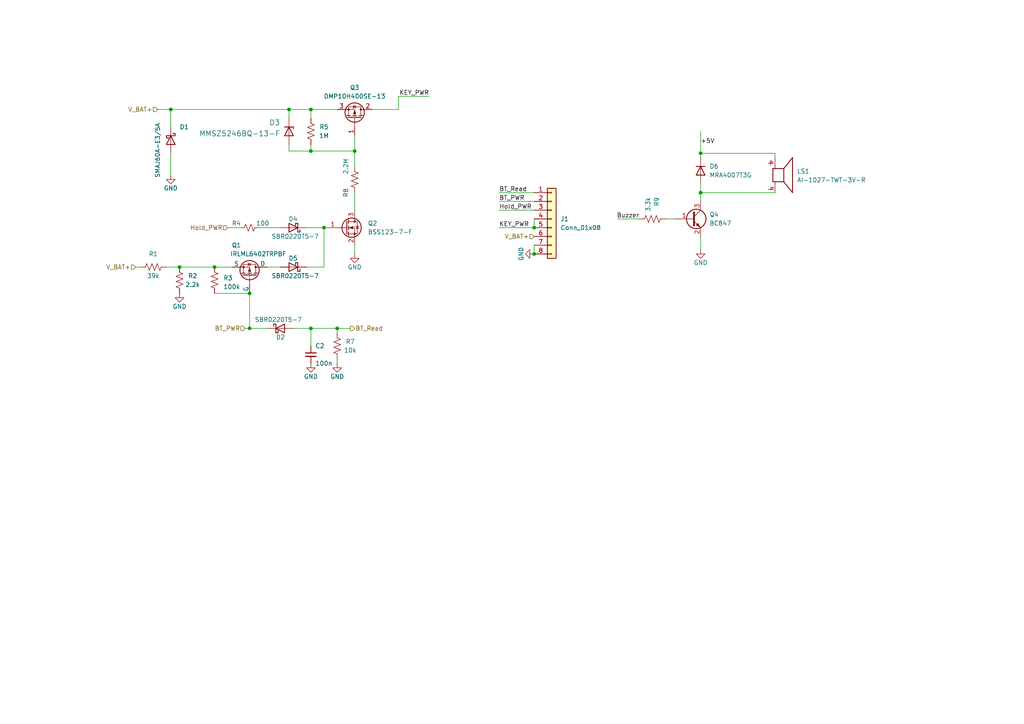
<source format=kicad_sch>
(kicad_sch (version 20231120) (generator "eeschema") (generator_version "8.0")
  (paper "A4")
  (lib_symbols
    (symbol "AI-1027-TWT-3V-R:AI-1027-TWT-3V-R" (pin_names (offset 1.016))
      (property "Reference" "LS" (at -1.27 6.35 0))
      (property "Value" "AI-1027-TWT-3V-R" (at -1.27 -8.255 0))
      (symbol "AI-1027-TWT-3V-R_0_0"
        (polyline (pts (xy -3.175 -1.905) (xy -2.54 -1.905)) (stroke (width 0.254)))
        (polyline (pts (xy -3.175 1.905) (xy -3.175 -1.905)) (stroke (width 0.254)))
        (polyline (pts (xy -3.175 1.905) (xy -2.54 1.905)) (stroke (width 0.254)))
        (polyline (pts (xy -2.54 -2.54) (xy -2.54 -1.905)) (stroke (width 0.1524)))
        (polyline (pts (xy -2.54 -1.905) (xy 0 -1.905)) (stroke (width 0.254)))
        (polyline (pts (xy -2.54 1.905) (xy 0 1.905)) (stroke (width 0.254)))
        (polyline (pts (xy -2.54 2.54) (xy -2.54 1.905)) (stroke (width 0.1524)))
        (polyline (pts (xy 0 -1.905) (xy 0 1.905)) (stroke (width 0.254)))
        (polyline (pts (xy 0 -1.905) (xy 2.54 -5.08)) (stroke (width 0.254)))
        (polyline (pts (xy 0 1.905) (xy 2.54 5.08)) (stroke (width 0.254)))
        (polyline (pts (xy 2.54 -5.08) (xy 2.54 5.08)) (stroke (width 0.254)))
        (text "+" (at -5.08 2.54 0) (effects (font (size 1.778 1.778)) (justify left bottom)))
        (text "-" (at -5.08 -5.08 0) (effects (font (size 1.778 1.778)) (justify left bottom)))
        (pin passive line (at -2.54 -5.08 90) (length 2.54) (name "~") (number "N"))
        (pin passive line (at -2.54 5.08 270) (length 2.54) (name "~") (number "P"))
      )
    )
    (symbol "Connector_Generic:Conn_01x08" (pin_names (offset 1.016) hide)
      (property "Reference" "J" (at 0 10.16 0))
      (property "Value" "Conn_01x08" (at 0 -12.7 0))
      (symbol "Conn_01x08_1_1"
        (rectangle (start -1.27 -10.033) (end 0 -10.287) (stroke (width 0.1524)))
        (rectangle (start -1.27 -7.493) (end 0 -7.747) (stroke (width 0.1524)))
        (rectangle (start -1.27 -4.953) (end 0 -5.207) (stroke (width 0.1524)))
        (rectangle (start -1.27 -2.413) (end 0 -2.667) (stroke (width 0.1524)))
        (rectangle (start -1.27 0.127) (end 0 -0.127) (stroke (width 0.1524)))
        (rectangle (start -1.27 2.667) (end 0 2.413) (stroke (width 0.1524)))
        (rectangle (start -1.27 5.207) (end 0 4.953) (stroke (width 0.1524)))
        (rectangle (start -1.27 7.747) (end 0 7.493) (stroke (width 0.1524)))
        (rectangle (start -1.27 8.89) (end 1.27 -11.43) (stroke (width 0.254)) (fill (type background)))
        (pin passive line (at -5.08 7.62 0) (length 3.81) (name "Pin_1") (number "1"))
        (pin passive line (at -5.08 5.08 0) (length 3.81) (name "Pin_2") (number "2"))
        (pin passive line (at -5.08 2.54 0) (length 3.81) (name "Pin_3") (number "3"))
        (pin passive line (at -5.08 0 0) (length 3.81) (name "Pin_4") (number "4"))
        (pin passive line (at -5.08 -2.54 0) (length 3.81) (name "Pin_5") (number "5"))
        (pin passive line (at -5.08 -5.08 0) (length 3.81) (name "Pin_6") (number "6"))
        (pin passive line (at -5.08 -7.62 0) (length 3.81) (name "Pin_7") (number "7"))
        (pin passive line (at -5.08 -10.16 0) (length 3.81) (name "Pin_8") (number "8"))
      )
    )
    (symbol "Device:C_Small" (pin_numbers hide) (pin_names (offset 0.254) hide)
      (property "Reference" "C" (at 0.254 1.778 0))
      (property "Value" "C_Small" (at 0.254 -2.032 0))
      (symbol "C_Small_0_1"
        (polyline (pts (xy -1.524 -0.508) (xy 1.524 -0.508)) (stroke (width 0.3302)))
        (polyline (pts (xy -1.524 0.508) (xy 1.524 0.508)) (stroke (width 0.3048)))
      )
      (symbol "C_Small_1_1"
        (pin passive line (at 0 2.54 270) (length 2.032) (name "~") (number "1"))
        (pin passive line (at 0 -2.54 90) (length 2.032) (name "~") (number "2"))
      )
    )
    (symbol "Device:D_Schottky" (pin_numbers hide) (pin_names (offset 1.016) hide)
      (property "Reference" "D" (at 0 2.54 0))
      (property "Value" "D_Schottky" (at 0 -2.54 0))
      (symbol "D_Schottky_0_1"
        (polyline (pts (xy 1.27 0) (xy -1.27 0)))
        (polyline (pts (xy 1.27 1.27) (xy 1.27 -1.27) (xy -1.27 0) (xy 1.27 1.27)) (stroke (width 0.254)))
        (polyline (pts (xy -1.905 0.635) (xy -1.905 1.27) (xy -1.27 1.27) (xy -1.27 -1.27) (xy -0.635 -1.27) (xy -0.635 -0.635)) (stroke (width 0.254)))
      )
      (symbol "D_Schottky_1_1"
        (pin passive line (at -3.81 0 0) (length 2.54) (name "K") (number "1"))
        (pin passive line (at 3.81 0 180) (length 2.54) (name "A") (number "2"))
      )
    )
    (symbol "Device:D_Zener" (pin_numbers hide) (pin_names (offset 1.016) hide)
      (property "Reference" "D" (at 0 2.54 0))
      (property "Value" "D_Zener" (at 0 -2.54 0))
      (symbol "D_Zener_0_1"
        (polyline (pts (xy 1.27 0) (xy -1.27 0)))
        (polyline (pts (xy -1.27 -1.27) (xy -1.27 1.27) (xy -0.762 1.27)) (stroke (width 0.254)))
        (polyline (pts (xy 1.27 -1.27) (xy 1.27 1.27) (xy -1.27 0) (xy 1.27 -1.27)) (stroke (width 0.254)))
      )
      (symbol "D_Zener_1_1"
        (pin passive line (at -3.81 0 0) (length 2.54) (name "K") (number "1"))
        (pin passive line (at 3.81 0 180) (length 2.54) (name "A") (number "2"))
      )
    )
    (symbol "Device:R_Small_US" (pin_numbers hide) (pin_names (offset 0.254) hide)
      (property "Reference" "R" (at 0.762 0.508 0))
      (property "Value" "R_Small_US" (at 0.762 -1.016 0))
      (symbol "R_Small_US_1_1"
        (polyline (pts (xy 0 0) (xy 1.016 -0.381) (xy 0 -0.762) (xy -1.016 -1.143) (xy 0 -1.524)))
        (polyline (pts (xy 0 1.524) (xy 1.016 1.143) (xy 0 0.762) (xy -1.016 0.381) (xy 0 0)))
        (pin passive line (at 0 2.54 270) (length 1.016) (name "~") (number "1"))
        (pin passive line (at 0 -2.54 90) (length 1.016) (name "~") (number "2"))
      )
    )
    (symbol "Device:R_US" (pin_numbers hide) (pin_names (offset 0))
      (property "Reference" "R" (at 2.54 0 90))
      (property "Value" "R_US" (at -2.54 0 90))
      (symbol "R_US_0_1"
        (polyline (pts (xy 0 -2.286) (xy 0 -2.54)))
        (polyline (pts (xy 0 2.286) (xy 0 2.54)))
        (polyline (pts (xy 0 -0.762) (xy 1.016 -1.143) (xy 0 -1.524) (xy -1.016 -1.905) (xy 0 -2.286)))
        (polyline (pts (xy 0 0.762) (xy 1.016 0.381) (xy 0 0) (xy -1.016 -0.381) (xy 0 -0.762)))
        (polyline (pts (xy 0 2.286) (xy 1.016 1.905) (xy 0 1.524) (xy -1.016 1.143) (xy 0 0.762)))
      )
      (symbol "R_US_1_1"
        (pin passive line (at 0 3.81 270) (length 1.27) (name "~") (number "1"))
        (pin passive line (at 0 -3.81 90) (length 1.27) (name "~") (number "2"))
      )
    )
    (symbol "Diode:B260" (pin_numbers hide) (pin_names (offset 1.016) hide)
      (property "Reference" "D" (at 0 2.54 0))
      (property "Value" "B260" (at 0 -2.54 0))
      (symbol "B260_0_1"
        (polyline (pts (xy 1.27 0) (xy -1.27 0)))
        (polyline (pts (xy 1.27 1.27) (xy 1.27 -1.27) (xy -1.27 0) (xy 1.27 1.27)) (stroke (width 0.254)))
        (polyline (pts (xy -1.905 0.635) (xy -1.905 1.27) (xy -1.27 1.27) (xy -1.27 -1.27) (xy -0.635 -1.27) (xy -0.635 -0.635)) (stroke (width 0.254)))
      )
      (symbol "B260_1_1"
        (pin passive line (at -3.81 0 0) (length 2.54) (name "K") (number "1"))
        (pin passive line (at 3.81 0 180) (length 2.54) (name "A") (number "2"))
      )
    )
    (symbol "Diode:MRA4007T3G" (pin_numbers hide) (pin_names hide)
      (property "Reference" "D" (at 0 2.54 0))
      (property "Value" "MRA4007T3G" (at 0 -2.54 0))
      (symbol "MRA4007T3G_0_1"
        (polyline (pts (xy -1.27 1.27) (xy -1.27 -1.27)) (stroke (width 0.254)))
        (polyline (pts (xy 1.27 0) (xy -1.27 0)))
        (polyline (pts (xy 1.27 1.27) (xy 1.27 -1.27) (xy -1.27 0) (xy 1.27 1.27)) (stroke (width 0.254)))
      )
      (symbol "MRA4007T3G_1_1"
        (pin passive line (at -3.81 0 0) (length 2.54) (name "K") (number "1"))
        (pin passive line (at 3.81 0 180) (length 2.54) (name "A") (number "2"))
      )
    )
    (symbol "PMOS_1" (pin_numbers hide) (pin_names (offset 0))
      (property "Reference" "Q3" (at 8.89 0 90))
      (property "Value" "PMOS" (at 6.35 0 90))
      (symbol "PMOS_1_0_1"
        (polyline (pts (xy 0.254 0) (xy -2.54 0)))
        (polyline (pts (xy 0.254 1.905) (xy 0.254 -1.905)) (stroke (width 0.254)))
        (polyline (pts (xy 0.762 -1.27) (xy 0.762 -2.286)) (stroke (width 0.254)))
        (polyline (pts (xy 0.762 0.508) (xy 0.762 -0.508)) (stroke (width 0.254)))
        (polyline (pts (xy 0.762 2.286) (xy 0.762 1.27)) (stroke (width 0.254)))
        (polyline (pts (xy 2.54 2.54) (xy 2.54 1.778)))
        (polyline (pts (xy 2.54 -2.54) (xy 2.54 0) (xy 0.762 0)))
        (polyline (pts (xy 0.762 1.778) (xy 3.302 1.778) (xy 3.302 -1.778) (xy 0.762 -1.778)))
        (polyline (pts (xy 2.286 0) (xy 1.27 0.381) (xy 1.27 -0.381) (xy 2.286 0)) (fill (type outline)))
        (polyline (pts (xy 2.794 -0.508) (xy 2.921 -0.381) (xy 3.683 -0.381) (xy 3.81 -0.254)))
        (polyline (pts (xy 3.302 -0.381) (xy 2.921 0.254) (xy 3.683 0.254) (xy 3.302 -0.381)))
        (circle (center 1.651 0) (radius 2.794) (stroke (width 0.254)))
        (circle (center 2.54 -1.778) (radius 0.254) (fill (type outline)))
        (circle (center 2.54 1.778) (radius 0.254) (fill (type outline)))
      )
      (symbol "PMOS_1_1_1"
        (pin input line (at -5.08 0 0) (length 2.54) (name "G") (number "1"))
        (pin passive line (at 2.54 -5.08 90) (length 2.54) (name "S") (number "2"))
        (pin passive line (at 2.54 5.08 270) (length 2.54) (name "D") (number "3"))
      )
    )
    (symbol "Transistor_BJT:BC847" (pin_names (offset 0) hide)
      (property "Reference" "Q" (at 5.08 1.905 0))
      (property "Value" "BC847" (at 5.08 0 0))
      (symbol "BC847_0_1"
        (polyline (pts (xy 0.635 0.635) (xy 2.54 2.54)))
        (polyline (pts (xy 0.635 -0.635) (xy 2.54 -2.54) (xy 2.54 -2.54)))
        (polyline (pts (xy 0.635 1.905) (xy 0.635 -1.905) (xy 0.635 -1.905)) (stroke (width 0.508)))
        (polyline (pts (xy 1.27 -1.778) (xy 1.778 -1.27) (xy 2.286 -2.286) (xy 1.27 -1.778) (xy 1.27 -1.778)) (fill (type outline)))
        (circle (center 1.27 0) (radius 2.8194) (stroke (width 0.254)))
      )
      (symbol "BC847_1_1"
        (pin input line (at -5.08 0 0) (length 5.715) (name "B") (number "1"))
        (pin passive line (at 2.54 -5.08 90) (length 2.54) (name "E") (number "2"))
        (pin passive line (at 2.54 5.08 270) (length 2.54) (name "C") (number "3"))
      )
    )
    (symbol "Transistor_FET:BSS123" (pin_names hide)
      (property "Reference" "Q" (at 5.08 1.905 0))
      (property "Value" "BSS123" (at 5.08 0 0))
      (symbol "BSS123_0_1"
        (polyline (pts (xy 0.254 0) (xy -2.54 0)))
        (polyline (pts (xy 0.254 1.905) (xy 0.254 -1.905)) (stroke (width 0.254)))
        (polyline (pts (xy 0.762 -1.27) (xy 0.762 -2.286)) (stroke (width 0.254)))
        (polyline (pts (xy 0.762 0.508) (xy 0.762 -0.508)) (stroke (width 0.254)))
        (polyline (pts (xy 0.762 2.286) (xy 0.762 1.27)) (stroke (width 0.254)))
        (polyline (pts (xy 2.54 2.54) (xy 2.54 1.778)))
        (polyline (pts (xy 2.54 -2.54) (xy 2.54 0) (xy 0.762 0)))
        (polyline (pts (xy 0.762 -1.778) (xy 3.302 -1.778) (xy 3.302 1.778) (xy 0.762 1.778)))
        (polyline (pts (xy 1.016 0) (xy 2.032 0.381) (xy 2.032 -0.381) (xy 1.016 0)) (fill (type outline)))
        (polyline (pts (xy 2.794 0.508) (xy 2.921 0.381) (xy 3.683 0.381) (xy 3.81 0.254)))
        (polyline (pts (xy 3.302 0.381) (xy 2.921 -0.254) (xy 3.683 -0.254) (xy 3.302 0.381)))
        (circle (center 1.651 0) (radius 2.794) (stroke (width 0.254)))
        (circle (center 2.54 -1.778) (radius 0.254) (fill (type outline)))
        (circle (center 2.54 1.778) (radius 0.254) (fill (type outline)))
      )
      (symbol "BSS123_1_1"
        (pin input line (at -5.08 0 0) (length 2.54) (name "G") (number "1"))
        (pin passive line (at 2.54 -5.08 90) (length 2.54) (name "S") (number "2"))
        (pin passive line (at 2.54 5.08 270) (length 2.54) (name "D") (number "3"))
      )
    )
    (symbol "Transistor_FET:IRF9540N" (pin_names hide)
      (property "Reference" "Q" (at 5.08 1.905 0))
      (property "Value" "IRF9540N" (at 5.08 0 0))
      (symbol "IRF9540N_0_1"
        (polyline (pts (xy 0.254 0) (xy -2.54 0)))
        (polyline (pts (xy 0.254 1.905) (xy 0.254 -1.905)) (stroke (width 0.254)))
        (polyline (pts (xy 0.762 -1.27) (xy 0.762 -2.286)) (stroke (width 0.254)))
        (polyline (pts (xy 0.762 0.508) (xy 0.762 -0.508)) (stroke (width 0.254)))
        (polyline (pts (xy 0.762 2.286) (xy 0.762 1.27)) (stroke (width 0.254)))
        (polyline (pts (xy 2.54 2.54) (xy 2.54 1.778)))
        (polyline (pts (xy 2.54 -2.54) (xy 2.54 0) (xy 0.762 0)))
        (polyline (pts (xy 0.762 1.778) (xy 3.302 1.778) (xy 3.302 -1.778) (xy 0.762 -1.778)))
        (polyline (pts (xy 2.286 0) (xy 1.27 0.381) (xy 1.27 -0.381) (xy 2.286 0)) (fill (type outline)))
        (polyline (pts (xy 2.794 -0.508) (xy 2.921 -0.381) (xy 3.683 -0.381) (xy 3.81 -0.254)))
        (polyline (pts (xy 3.302 -0.381) (xy 2.921 0.254) (xy 3.683 0.254) (xy 3.302 -0.381)))
        (circle (center 1.651 0) (radius 2.794) (stroke (width 0.254)))
        (circle (center 2.54 -1.778) (radius 0.254) (fill (type outline)))
        (circle (center 2.54 1.778) (radius 0.254) (fill (type outline)))
      )
      (symbol "IRF9540N_1_1"
        (pin input line (at -5.08 0 0) (length 2.54) (name "G") (number "1"))
        (pin passive line (at 2.54 5.08 270) (length 2.54) (name "D") (number "2"))
        (pin passive line (at 2.54 -5.08 90) (length 2.54) (name "S") (number "3"))
      )
    )
    (symbol "power:GND" (power) (pin_numbers hide) (pin_names (offset 0) hide)
      (property "Value" "GND" (at 0 -3.81 0))
      (symbol "GND_0_1"
        (polyline (pts (xy 0 0) (xy 0 -1.27) (xy 1.27 -1.27) (xy 0 -2.54) (xy -1.27 -1.27) (xy 0 -1.27)))
      )
      (symbol "GND_1_1"
        (pin power_in line (at 0 0 270) (length 0) (name "~") (number "1"))
      )
    )
  )
  (junction (at 102.87 43.815))
  (junction (at 97.79 95.25))
  (junction (at 93.98 66.04))
  (junction (at 72.39 85.09))
  (junction (at 203.2 55.88))
  (junction (at 72.39 95.25))
  (junction (at 203.2 44.45))
  (junction (at 154.94 73.66))
  (junction (at 90.17 95.25))
  (junction (at 154.94 66.04))
  (junction (at 62.23 77.47))
  (junction (at 52.07 77.47))
  (junction (at 83.82 31.75))
  (junction (at 90.17 31.75))
  (junction (at 90.17 43.815))
  (junction (at 49.53 31.75))
  (wire (pts (xy 90.17 34.29) (xy 90.17 31.75)))
  (wire (pts (xy 83.82 31.75) (xy 90.17 31.75)))
  (wire (pts (xy 193.04 63.5) (xy 195.58 63.5)))
  (wire (pts (xy 93.98 77.47) (xy 93.98 66.04)))
  (wire (pts (xy 203.2 44.45) (xy 224.79 44.45)))
  (wire (pts (xy 52.07 77.47) (xy 48.26 77.47)))
  (wire (pts (xy 90.17 95.25) (xy 90.17 100.33)))
  (wire (pts (xy 72.39 85.09) (xy 72.39 95.25)))
  (wire (pts (xy 97.79 104.14) (xy 97.79 105.41)))
  (wire (pts (xy 66.04 66.04) (xy 69.85 66.04)))
  (wire (pts (xy 62.23 77.47) (xy 67.31 77.47)))
  (wire (pts (xy 144.78 55.88) (xy 154.94 55.88)))
  (wire (pts (xy 83.82 43.815) (xy 90.17 43.815)))
  (wire (pts (xy 102.87 48.26) (xy 102.87 43.815)))
  (wire (pts (xy 49.53 31.75) (xy 83.82 31.75)))
  (wire (pts (xy 83.82 43.815) (xy 83.82 41.91)))
  (wire (pts (xy 49.53 44.45) (xy 49.53 50.8)))
  (wire (pts (xy 144.78 58.42) (xy 154.94 58.42)))
  (wire (pts (xy 90.17 43.815) (xy 90.17 41.91)))
  (wire (pts (xy 77.47 77.47) (xy 81.28 77.47)))
  (wire (pts (xy 115.57 27.94) (xy 115.57 31.75)))
  (wire (pts (xy 88.9 66.04) (xy 93.98 66.04)))
  (wire (pts (xy 224.79 44.45) (xy 224.79 45.72)))
  (wire (pts (xy 90.17 43.815) (xy 102.87 43.815)))
  (wire (pts (xy 203.2 44.45) (xy 203.2 45.72)))
  (wire (pts (xy 102.87 73.66) (xy 102.87 71.12)))
  (wire (pts (xy 72.39 95.25) (xy 77.47 95.25)))
  (wire (pts (xy 144.78 66.04) (xy 154.94 66.04)))
  (wire (pts (xy 39.37 77.47) (xy 40.64 77.47)))
  (wire (pts (xy 97.79 95.25) (xy 97.79 96.52)))
  (wire (pts (xy 179.07 63.5) (xy 185.42 63.5)))
  (wire (pts (xy 93.98 66.04) (xy 95.25 66.04)))
  (wire (pts (xy 72.39 95.25) (xy 71.12 95.25)))
  (wire (pts (xy 154.94 71.12) (xy 154.94 73.66)))
  (wire (pts (xy 45.72 31.75) (xy 49.53 31.75)))
  (wire (pts (xy 74.93 66.04) (xy 81.28 66.04)))
  (wire (pts (xy 203.2 68.58) (xy 203.2 72.39)))
  (wire (pts (xy 62.23 85.09) (xy 72.39 85.09)))
  (wire (pts (xy 107.95 31.75) (xy 115.57 31.75)))
  (wire (pts (xy 85.09 95.25) (xy 90.17 95.25)))
  (wire (pts (xy 88.9 77.47) (xy 93.98 77.47)))
  (wire (pts (xy 203.2 38.1) (xy 203.2 44.45)))
  (wire (pts (xy 102.87 39.37) (xy 102.87 43.815)))
  (wire (pts (xy 90.17 31.75) (xy 97.79 31.75)))
  (wire (pts (xy 62.23 77.47) (xy 52.07 77.47)))
  (wire (pts (xy 144.78 60.96) (xy 154.94 60.96)))
  (wire (pts (xy 102.87 55.88) (xy 102.87 60.96)))
  (wire (pts (xy 115.57 27.94) (xy 124.46 27.94)))
  (wire (pts (xy 49.53 31.75) (xy 49.53 36.83)))
  (wire (pts (xy 203.2 55.88) (xy 224.79 55.88)))
  (wire (pts (xy 203.2 55.88) (xy 203.2 53.34)))
  (wire (pts (xy 203.2 55.88) (xy 203.2 58.42)))
  (wire (pts (xy 154.94 63.5) (xy 154.94 66.04)))
  (wire (pts (xy 83.82 34.29) (xy 83.82 31.75)))
  (wire (pts (xy 97.79 95.25) (xy 101.6 95.25)))
  (wire (pts (xy 90.17 95.25) (xy 97.79 95.25)))
  (label "KEY_PWR" (at 144.78 66.04 0))
  (label "KEY_PWR" (at 124.46 27.94 180))
  (label "+5V" (at 203.2 41.91 0))
  (label "Hold_PWR" (at 144.78 60.96 0))
  (label "BT_Read" (at 144.78 55.88 0))
  (label "BT_PWR" (at 144.78 58.42 0))
  (label "Buzzer" (at 185.42 63.5 180))
  (hierarchical_label "Hold_PWR" (shape input) (at 66.04 66.04 180))
  (hierarchical_label "BT_PWR" (shape input) (at 71.12 95.25 180))
  (hierarchical_label "BT_Read" (shape output) (at 101.6 95.25 0))
  (hierarchical_label "V_BAT+" (shape input) (at 45.72 31.75 180))
  (hierarchical_label "V_BAT+" (shape input) (at 39.37 77.47 180))
  (hierarchical_label "V_BAT+" (shape input) (at 154.94 68.58 180))
  (symbol (lib_id "Device:R_US") (at 44.45 77.47 90) (unit 1)
    (property "Reference" "R1" (at 44.45 73.66 90))
    (property "Value" "39k" (at 44.45 80.01 90))
    (property "Footprint" "Resistor_SMD:R_0603_1608Metric" (effects (hide yes)))
  )
  (symbol (lib_name "PMOS_1") (lib_id "Simulation_SPICE:PMOS") (at 72.39 80.01 270) (mirror x) (unit 1)
    (property "Reference" "Q1" (at 68.58 71.12 90))
    (property "Value" "IRLML6402TRPBF" (at 74.93 73.66 90))
    (property "Footprint" "Package_TO_SOT_SMD:SOT-23" (effects (hide yes)))
    (property "Datasheet" "https://ngspice.sourceforge.io/docs/ngspice-manual.pdf" (effects (hide yes)))
    (property "Sim.Device" "PMOS" (effects (hide yes)))
    (property "Sim.Type" "VDMOS" (effects (hide yes)))
    (property "Sim.Pins" "1=D 2=G 3=S" (effects (hide yes)))
  )
  (symbol (lib_id "Device:R_US") (at 102.87 52.07 180) (unit 1)
    (property "Reference" "R8" (at 100.33 55.88 90))
    (property "Value" "2.2M" (at 100.33 48.26 90))
    (property "Footprint" "Resistor_SMD:R_0603_1608Metric" (effects (hide yes)))
  )
  (symbol (lib_id "power:GND") (at 90.17 105.41 0) (unit 1)
    (property "Reference" "#PWR08" (effects (hide yes)))
    (property "Value" "GND" (at 90.17 109.22 0))
  )
  (symbol (lib_id "power:GND") (at 52.07 85.09 0) (unit 1)
    (property "Reference" "#PWR02" (effects (hide yes)))
    (property "Value" "GND" (at 52.07 88.9 0))
  )
  (symbol (lib_id "Device:C_Small") (at 90.17 102.87 0) (unit 1)
    (property "Reference" "C2" (at 91.44 100.33 0) (effects (justify left)))
    (property "Value" "100n" (at 91.44 105.41 0) (effects (justify left)))
    (property "Footprint" "Capacitor_SMD:C_0603_1608Metric" (effects (hide yes)))
  )
  (symbol (lib_id "Device:R_US") (at 189.23 63.5 90) (unit 1)
    (property "Reference" "R9" (at 190.5 57.15 0) (effects (justify right)))
    (property "Value" "3.3k" (at 187.96 57.15 0) (effects (justify right)))
    (property "Footprint" "Resistor_SMD:R_0603_1608Metric" (effects (hide yes)))
  )
  (symbol (lib_id "Device:R_US") (at 90.17 38.1 180) (unit 1)
    (property "Reference" "R5" (at 93.98 36.83 0))
    (property "Value" "1M" (at 93.98 39.37 0))
    (property "Footprint" "Resistor_SMD:R_0603_1608Metric" (effects (hide yes)))
  )
  (symbol (lib_id "Device:R_US") (at 97.79 100.33 180) (unit 1)
    (property "Reference" "R7" (at 101.6 99.06 0))
    (property "Value" "10k" (at 101.6 101.6 0))
    (property "Footprint" "Resistor_SMD:R_0603_1608Metric" (effects (hide yes)))
  )
  (symbol (lib_id "power:GND") (at 203.2 72.39 0) (unit 1)
    (property "Reference" "#PWR04" (effects (hide yes)))
    (property "Value" "GND" (at 203.2 76.2 0))
  )
  (symbol (lib_id "Device:D_Schottky") (at 81.28 95.25 0) (unit 1)
    (property "Reference" "D2" (at 80.01 97.79 0) (effects (justify left)))
    (property "Value" "SBR0220T5-7" (at 87.63 92.71 0) (effects (justify right)))
    (property "Footprint" "Diode_SMD:D_SOD-523" (effects (hide yes)))
    (property "Sim.Device" "D" (effects (hide yes)))
    (property "Sim.Pins" "1=K 2=A" (effects (hide yes)))
  )
  (symbol (lib_id "Device:D_Schottky") (at 85.09 66.04 180) (unit 1)
    (property "Reference" "D4" (at 86.36 63.5 0) (effects (justify left)))
    (property "Value" "SBR0220T5-7" (at 78.74 68.58 0) (effects (justify right)))
    (property "Footprint" "Diode_SMD:D_SOD-523" (effects (hide yes)))
    (property "Sim.Device" "D" (effects (hide yes)))
    (property "Sim.Pins" "1=K 2=A" (effects (hide yes)))
  )
  (symbol (lib_id "Device:D_Zener") (at 83.82 38.1 270) (unit 1)
    (property "Reference" "D3" (at 81.28 35.56 90) (effects (font (size 1.524 1.524)) (justify right)))
    (property "Value" "MMSZ5246BQ-13-F" (at 81.28 38.735 90) (effects (font (size 1.524 1.524)) (justify right)))
    (property "Footprint" "Diode_SMD:D_SOD-123" (effects (hide yes)))
    (property "Datasheet" "https://www.diodes.com/assets/Datasheets/ds18010.pdf" (effects (hide yes)))
  )
  (symbol (lib_id "power:GND") (at 49.53 50.8 0) (unit 1)
    (property "Reference" "#PWR01" (effects (hide yes)))
    (property "Value" "GND" (at 49.53 54.61 0))
  )
  (symbol (lib_id "AI-1027-TWT-3V-R:AI-1027-TWT-3V-R") (at 227.33 50.8 0) (unit 1)
    (property "Reference" "LS1" (at 231.14 49.6742 0) (effects (justify left)))
    (property "Value" "AI-1027-TWT-3V-R" (at 231.14 52.2142 0) (effects (justify left)))
    (property "Footprint" "AI-1027-TWT-3V-R:XDCR_AI-1027-TWT-3V-R" (effects (hide yes)))
    (property "MF" "PUI Audio" (effects (hide yes)))
    (property "MAXIMUM_PACKAGE_HEIGHT" "5 mm" (effects (hide yes)))
    (property "Package" "None" (effects (hide yes)))
    (property "Price" "None" (effects (hide yes)))
    (property "Check_prices" "https://www.snapeda.com/parts/AI-1027-TWT-3V-R/PUI+Audio%252C+Inc./view-part/?ref=eda" (effects (hide yes)))
    (property "STANDARD" "Manufacturer Recommendations" (effects (hide yes)))
    (property "PARTREV" "F" (effects (hide yes)))
    (property "SnapEDA_Link" "https://www.snapeda.com/parts/AI-1027-TWT-3V-R/PUI+Audio%252C+Inc./view-part/?ref=snap" (effects (hide yes)))
    (property "MP" "AI-1027-TWT-3V-R" (effects (hide yes)))
    (property "Description_1" "\nAUDIO INDICATOR 3VDC 30MA 80DBA 2700HZ\n" (effects (hide yes)))
    (property "Availability" "In Stock" (effects (hide yes)))
    (property "MANUFACTURER" "PUI Audio" (effects (hide yes)))
  )
  (symbol (lib_id "Transistor_FET:BSS123") (at 100.33 66.04 0) (unit 1)
    (property "Reference" "Q2" (at 106.68 64.77 0) (effects (justify left)))
    (property "Value" "BSS123-7-F" (at 106.68 67.31 0) (effects (justify left)))
    (property "Footprint" "Package_TO_SOT_SMD:SOT-23-3" (effects (hide yes)))
    (property "Datasheet" "https://www.diodes.com/assets/Datasheets/ds30366.pdf" (effects (hide yes)))
  )
  (symbol (lib_id "Diode:B260") (at 49.53 40.64 270) (unit 1)
    (property "Reference" "D1" (at 52.07 36.83 90) (effects (justify left)))
    (property "Value" "SMAJ60A-E3/5A" (at 45.72 35.56 0) (effects (justify left)))
    (property "Footprint" "Diode_SMD:D_SMA" (effects (hide yes)))
    (property "Datasheet" "https://www.diodes.com/assets/Datasheets/ds19002.pdf" (effects (hide yes)))
  )
  (symbol (lib_id "Connector_Generic:Conn_01x08") (at 160.02 63.5 0) (unit 1)
    (property "Reference" "J1" (at 162.56 63.4999 0) (effects (justify left)))
    (property "Value" "Conn_01x08" (at 162.56 66.0399 0) (effects (justify left)))
    (property "Footprint" "Connector_PinHeader_1.00mm:PinHeader_1x08_P1.00mm_Vertical" (effects (hide yes)))
    (property "Description" "Generic connector, single row, 01x08, script generated (kicad-library-utils/schlib/autogen/connector/)" (effects (hide yes)))
  )
  (symbol (lib_id "Device:R_Small_US") (at 72.39 66.04 270) (unit 1)
    (property "Reference" "R4" (at 68.58 64.77 90))
    (property "Value" "100" (at 76.2 64.77 90))
    (property "Footprint" "Resistor_SMD:R_0603_1608Metric" (effects (hide yes)))
  )
  (symbol (lib_id "power:GND") (at 154.94 73.66 270) (unit 1)
    (property "Reference" "#PWR06" (effects (hide yes)))
    (property "Value" "GND" (at 151.13 73.66 0))
  )
  (symbol (lib_id "power:GND") (at 102.87 73.66 0) (unit 1)
    (property "Reference" "#PWR05" (effects (hide yes)))
    (property "Value" "GND" (at 102.87 77.47 0))
  )
  (symbol (lib_id "Device:R_US") (at 62.23 81.28 180) (unit 1)
    (property "Reference" "R3" (at 64.77 80.645 0) (effects (justify right)))
    (property "Value" "100k" (at 64.77 83.185 0) (effects (justify right)))
    (property "Footprint" "Resistor_SMD:R_0603_1608Metric" (effects (hide yes)))
  )
  (symbol (lib_id "power:GND") (at 97.79 105.41 0) (unit 1)
    (property "Reference" "#PWR03" (effects (hide yes)))
    (property "Value" "GND" (at 97.79 109.22 0))
  )
  (symbol (lib_id "Diode:MRA4007T3G") (at 203.2 49.53 270) (unit 1)
    (property "Reference" "D6" (at 205.74 48.2599 90) (effects (justify left)))
    (property "Value" "MRA4007T3G" (at 205.74 50.7999 90) (effects (justify left)))
    (property "Footprint" "Diode_SMD:D_SMA" (effects (hide yes)))
    (property "Datasheet" "http://www.onsemi.com/pub_link/Collateral/MRA4003T3-D.PDF" (effects (hide yes)))
    (property "Description" "1000V, 1A, General Purpose Rectifier Diode, SMA(DO-214AC)" (effects (hide yes)))
    (property "Sim.Device" "D" (effects (hide yes)))
    (property "Sim.Pins" "1=K 2=A" (effects (hide yes)))
  )
  (symbol (lib_id "Transistor_FET:IRF9540N") (at 102.87 34.29 270) (mirror x) (unit 1)
    (property "Reference" "Q3" (at 102.87 25.4 90))
    (property "Value" "DMP10H400SE-13" (at 102.87 27.94 90))
    (property "Footprint" "Package_TO_SOT_SMD:SOT-223-3_TabPin2" (effects (hide yes)))
    (property "Datasheet" "http://www.irf.com/product-info/datasheets/data/irf9540n.pdf" (effects (hide yes)))
    (property "Sim.Device" "PMOS" (effects (hide yes)))
    (property "Sim.Type" "VDMOS" (effects (hide yes)))
    (property "Sim.Pins" "1=D 2=G 3=S" (effects (hide yes)))
  )
  (symbol (lib_id "Device:D_Schottky") (at 85.09 77.47 180) (unit 1)
    (property "Reference" "D5" (at 86.36 74.93 0) (effects (justify left)))
    (property "Value" "SBR0220T5-7" (at 78.74 80.01 0) (effects (justify right)))
    (property "Footprint" "Diode_SMD:D_SOD-523" (effects (hide yes)))
    (property "Sim.Device" "D" (effects (hide yes)))
    (property "Sim.Pins" "1=K 2=A" (effects (hide yes)))
  )
  (symbol (lib_id "Device:R_US") (at 52.07 81.28 180) (unit 1)
    (property "Reference" "R2" (at 55.88 80.01 0))
    (property "Value" "2.2k" (at 55.88 82.55 0))
    (property "Footprint" "Resistor_SMD:R_0603_1608Metric" (effects (hide yes)))
  )
  (symbol (lib_id "Transistor_BJT:BC847") (at 200.66 63.5 0) (unit 1)
    (property "Reference" "Q4" (at 205.74 62.2299 0) (effects (justify left)))
    (property "Value" "BC847" (at 205.74 64.7699 0) (effects (justify left)))
    (property "Footprint" "Package_TO_SOT_SMD:SOT-23" (effects (hide yes)))
    (property "Datasheet" "http://www.infineon.com/dgdl/Infineon-BC847SERIES_BC848SERIES_BC849SERIES_BC850SERIES-DS-v01_01-en.pdf?fileId=db3a304314dca389011541d4630a1657" (effects (hide yes)))
    (property "Description" "0.1A Ic, 45V Vce, NPN Transistor, SOT-23" (effects (hide yes)))
  )
)
</source>
